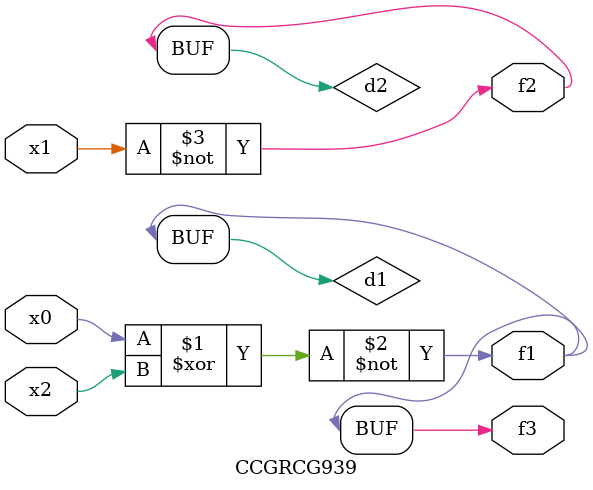
<source format=v>
module CCGRCG939(
	input x0, x1, x2,
	output f1, f2, f3
);

	wire d1, d2, d3;

	xnor (d1, x0, x2);
	nand (d2, x1);
	nor (d3, x1, x2);
	assign f1 = d1;
	assign f2 = d2;
	assign f3 = d1;
endmodule

</source>
